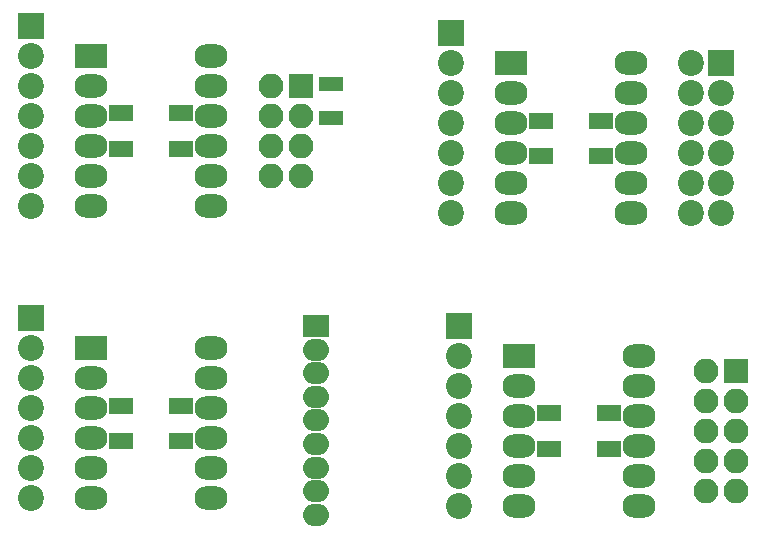
<source format=gbr>
G04 #@! TF.FileFunction,Soldermask,Top*
%FSLAX46Y46*%
G04 Gerber Fmt 4.6, Leading zero omitted, Abs format (unit mm)*
G04 Created by KiCad (PCBNEW 4.0.7) date 12/12/18 08:01:04*
%MOMM*%
%LPD*%
G01*
G04 APERTURE LIST*
%ADD10C,0.100000*%
%ADD11R,2.200000X1.900000*%
%ADD12O,2.200000X1.900000*%
%ADD13C,2.200000*%
%ADD14R,2.200000X2.200000*%
%ADD15R,2.000000X1.400000*%
%ADD16R,2.800000X2.000000*%
%ADD17O,2.800000X2.000000*%
%ADD18R,2.100000X2.100000*%
%ADD19O,2.100000X2.100000*%
%ADD20R,2.100000X1.300000*%
G04 APERTURE END LIST*
D10*
D11*
X135890000Y-92075000D03*
D12*
X135890000Y-94075000D03*
X135890000Y-96075000D03*
X135890000Y-98075000D03*
X135890000Y-100075000D03*
X135890000Y-102075000D03*
X135890000Y-104075000D03*
X135890000Y-106075000D03*
X135890000Y-108075000D03*
D13*
X147955000Y-107315000D03*
X147955000Y-104775000D03*
D14*
X147955000Y-92075000D03*
D13*
X147955000Y-94615000D03*
X147955000Y-97155000D03*
X147955000Y-99695000D03*
X147955000Y-102235000D03*
X167640000Y-82550000D03*
X170180000Y-82550000D03*
D14*
X170180000Y-69850000D03*
D13*
X167640000Y-69850000D03*
X170180000Y-72390000D03*
X167640000Y-72390000D03*
X170180000Y-74930000D03*
X167640000Y-74930000D03*
X170180000Y-77470000D03*
X167640000Y-77470000D03*
X170180000Y-80010000D03*
X167640000Y-80010000D03*
X111760000Y-106680000D03*
X111760000Y-104140000D03*
D14*
X111760000Y-91440000D03*
D13*
X111760000Y-93980000D03*
X111760000Y-96520000D03*
X111760000Y-99060000D03*
X111760000Y-101600000D03*
X147320000Y-82550000D03*
X147320000Y-80010000D03*
D14*
X147320000Y-67310000D03*
D13*
X147320000Y-69850000D03*
X147320000Y-72390000D03*
X147320000Y-74930000D03*
X147320000Y-77470000D03*
X111760000Y-81915000D03*
X111760000Y-79375000D03*
D14*
X111760000Y-66675000D03*
D13*
X111760000Y-69215000D03*
X111760000Y-71755000D03*
X111760000Y-74295000D03*
X111760000Y-76835000D03*
D15*
X119380000Y-74065000D03*
X119380000Y-77065000D03*
X124460000Y-74065000D03*
X124460000Y-77065000D03*
X154940000Y-74700000D03*
X154940000Y-77700000D03*
X160020000Y-74700000D03*
X160020000Y-77700000D03*
D16*
X116840000Y-69215000D03*
D17*
X116840000Y-71755000D03*
X116840000Y-74295000D03*
X116840000Y-76835000D03*
X116840000Y-79375000D03*
X116840000Y-81915000D03*
X127000000Y-81915000D03*
X127000000Y-79375000D03*
X127000000Y-76835000D03*
X127000000Y-74295000D03*
X127000000Y-71755000D03*
X127000000Y-69215000D03*
D16*
X152400000Y-69850000D03*
D17*
X152400000Y-72390000D03*
X152400000Y-74930000D03*
X152400000Y-77470000D03*
X152400000Y-80010000D03*
X152400000Y-82550000D03*
X162560000Y-82550000D03*
X162560000Y-80010000D03*
X162560000Y-77470000D03*
X162560000Y-74930000D03*
X162560000Y-72390000D03*
X162560000Y-69850000D03*
D18*
X134620000Y-71755000D03*
D19*
X132080000Y-71755000D03*
X134620000Y-74295000D03*
X132080000Y-74295000D03*
X134620000Y-76835000D03*
X132080000Y-76835000D03*
X134620000Y-79375000D03*
X132080000Y-79375000D03*
D20*
X137160000Y-74475000D03*
X137160000Y-71575000D03*
D15*
X119380000Y-98830000D03*
X119380000Y-101830000D03*
X124460000Y-98830000D03*
X124460000Y-101830000D03*
D16*
X116840000Y-93980000D03*
D17*
X116840000Y-96520000D03*
X116840000Y-99060000D03*
X116840000Y-101600000D03*
X116840000Y-104140000D03*
X116840000Y-106680000D03*
X127000000Y-106680000D03*
X127000000Y-104140000D03*
X127000000Y-101600000D03*
X127000000Y-99060000D03*
X127000000Y-96520000D03*
X127000000Y-93980000D03*
D15*
X155575000Y-99465000D03*
X155575000Y-102465000D03*
X160655000Y-99465000D03*
X160655000Y-102465000D03*
D16*
X153035000Y-94615000D03*
D17*
X153035000Y-97155000D03*
X153035000Y-99695000D03*
X153035000Y-102235000D03*
X153035000Y-104775000D03*
X153035000Y-107315000D03*
X163195000Y-107315000D03*
X163195000Y-104775000D03*
X163195000Y-102235000D03*
X163195000Y-99695000D03*
X163195000Y-97155000D03*
X163195000Y-94615000D03*
D18*
X171450000Y-95885000D03*
D19*
X168910000Y-95885000D03*
X171450000Y-98425000D03*
X168910000Y-98425000D03*
X171450000Y-100965000D03*
X168910000Y-100965000D03*
X171450000Y-103505000D03*
X168910000Y-103505000D03*
X171450000Y-106045000D03*
X168910000Y-106045000D03*
M02*

</source>
